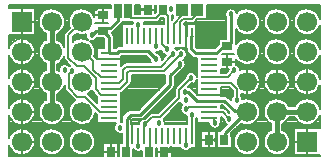
<source format=gbl>
G04 DipTrace Beta 2.3.5.2*
%INLulfroMini.GBL*%
%MOIN*%
%ADD13C,0.015*%
%ADD14C,0.01*%
%ADD16C,0.006*%
%ADD18C,0.007*%
%ADD22R,0.025X0.05*%
%ADD24R,0.0354X0.0276*%
%ADD25R,0.0276X0.0354*%
%ADD31R,0.0669X0.0669*%
%ADD32C,0.0669*%
%ADD37R,0.0394X0.0394*%
%ADD39R,0.058X0.011*%
%ADD40R,0.011X0.058*%
%ADD41C,0.018*%
%FSLAX44Y44*%
G04*
G70*
G90*
G75*
G01*
%LNBottom*%
%LPD*%
X1625Y1625D2*
D13*
Y2625D1*
Y3625D1*
Y4625D1*
X9125Y625D2*
Y1625D1*
X10125D1*
X6090Y500D2*
D16*
X6060D1*
X6086Y526D1*
Y827D1*
X5332Y5020D2*
Y4978D1*
X5495Y4815D1*
Y4147D1*
X4174Y4970D2*
Y4836D1*
X4260Y4750D1*
X5100D1*
X5332Y4982D1*
X4905Y827D2*
Y327D1*
X4868Y290D1*
X7545Y1395D2*
X7339Y1601D1*
X6860D1*
X625Y625D2*
Y1625D1*
Y2625D1*
Y3625D1*
Y4625D1*
X3090Y5090D2*
X3270D1*
X3320Y5040D1*
Y4832D1*
X5380Y290D2*
Y310D1*
X6730D1*
X6858Y438D1*
Y690D1*
X4460Y5050D2*
X4820D1*
Y5020D1*
X5600Y380D2*
X5480D1*
X5390Y290D1*
X5380D1*
X7090Y690D2*
X6858D1*
X6090Y4550D2*
D14*
X6086Y4546D1*
Y4147D1*
X6298Y1530D2*
D16*
X6283D1*
Y827D1*
X7050Y1260D2*
X7040D1*
Y1370D1*
X7005Y1405D1*
X6860D1*
X4511Y4147D2*
Y4531D1*
X2300Y2980D2*
X2190Y2870D1*
Y2410D1*
X2480Y2120D1*
X2730D1*
X3249Y1601D1*
X3540D1*
X6860Y2783D2*
X7493D1*
X7710Y3000D1*
X6860Y2586D2*
Y2570D1*
X7600D1*
X7790Y2380D1*
Y2010D1*
X6110Y1710D2*
X6198Y1798D1*
X6860D1*
X2625Y4625D2*
X2180Y4180D1*
Y3410D1*
X2450Y3140D1*
X2700D1*
X3090Y2750D1*
Y2370D1*
X3268Y2192D1*
X3540D1*
X2625Y3625D2*
X2715D1*
X3010Y3330D1*
Y3020D1*
X3260Y2770D1*
X3540D1*
Y2783D1*
X5102Y3800D2*
Y4147D1*
X5460Y3710D2*
X5298Y3872D1*
Y4147D1*
X5692D2*
Y4562D1*
X5980Y4850D1*
Y5010D1*
X5889Y4147D2*
Y4599D1*
X6010Y4720D1*
X6300D1*
X6590Y5010D1*
X6480D1*
X3540Y2586D2*
X3544Y2590D1*
X3870D1*
X3998Y2718D1*
Y3018D1*
X4110Y3130D1*
X5250D1*
X5630Y3510D1*
X5680D1*
Y3550D1*
X4720Y1200D2*
X4690D1*
Y827D1*
X4708D1*
X6270Y2750D2*
X5870Y2350D1*
Y2090D1*
X5240Y1460D1*
X4980D1*
X4720Y1200D1*
X4511Y611D2*
Y827D1*
Y490D2*
Y827D1*
X3540Y2389D2*
X3909D1*
X4148Y2628D1*
Y2918D1*
X4210Y2980D1*
X5360D1*
X5770Y3390D1*
X5780D1*
X5930Y3540D1*
X4100Y290D2*
D14*
Y360D1*
X4117Y377D1*
Y827D1*
X6860Y1995D2*
X6465D1*
X6170Y2290D1*
X6070D1*
X6860Y1995D2*
X7375D1*
X7720Y1650D1*
X7840D1*
X7960Y1530D1*
X8125D1*
Y1625D1*
X7370Y690D2*
X7390Y710D1*
Y920D1*
X7920Y1450D1*
Y1625D1*
X8125D1*
X3320Y4320D2*
X3540Y4100D1*
Y3570D1*
X5890Y3210D2*
Y3160D1*
X5570Y2840D1*
Y2520D1*
X4580Y1530D1*
X4250D1*
X4117Y1397D1*
Y827D1*
X2950Y4170D2*
X3100Y4320D1*
X3320D1*
X5090Y3390D2*
X4830Y3650D1*
X3880D1*
X3800Y3570D1*
X3540D1*
X3320Y4320D2*
X3400Y4400D1*
X3570D1*
X3820Y4650D1*
Y4970D1*
X6283Y4147D2*
X6280Y4145D1*
Y3710D1*
X6420Y3570D1*
X6860D1*
X7110D1*
X7350Y3810D1*
X7470D1*
Y3800D1*
X7600Y3930D1*
Y4870D1*
D41*
X6090Y500D3*
X3890Y1090D3*
X7545Y1395D3*
X6298Y1530D3*
X7050Y1260D3*
X4511Y4531D3*
X5610Y5040D3*
X2300Y2980D3*
X7790Y2010D3*
X6110Y1710D3*
X5102Y3800D3*
X5460Y3710D3*
X5680Y3550D3*
X4720Y1200D3*
X6270Y2750D3*
X4720Y1200D3*
X6090Y2010D3*
X5190Y1260D3*
X4511Y490D3*
X5930Y3540D3*
X6070Y2290D3*
X5890Y3210D3*
X2950Y4170D3*
X2060Y3010D3*
X2950Y4170D3*
X7710Y3000D3*
X7600Y4870D3*
X5090Y3390D3*
X6190Y3190D3*
X3090Y5090D3*
X4040Y3420D3*
X3140Y4020D3*
X6090Y4550D3*
X5750Y1540D3*
X6620Y1040D3*
X3040Y1330D3*
X4460Y5050D3*
X3110Y2050D3*
X5600Y380D3*
X7090Y690D3*
X6290Y2500D3*
X202Y5111D2*
D18*
X3580D1*
X4413D2*
X4568D1*
X6791D2*
X10548D1*
X1074Y5043D2*
X1473D1*
X1778D2*
X2472D1*
X2777D2*
X3028D1*
X4413D2*
X4568D1*
X6791D2*
X7497D1*
X7703D2*
X7973D1*
X8278D2*
X8972D1*
X9277D2*
X9972D1*
X10278D2*
X10548D1*
X1074Y4974D2*
X1346D1*
X1903D2*
X2347D1*
X2904D2*
X3028D1*
X4413D2*
X4568D1*
X6791D2*
X7425D1*
X7776D2*
X7846D1*
X8403D2*
X8847D1*
X9404D2*
X9846D1*
X10404D2*
X10548D1*
X1074Y4905D2*
X1276D1*
X1974D2*
X2275D1*
X2974D2*
X3028D1*
X4413D2*
X4568D1*
X6791D2*
X7399D1*
X8475D2*
X8776D1*
X9474D2*
X9775D1*
X10474D2*
X10548D1*
X1074Y4837D2*
X1230D1*
X2020D2*
X2229D1*
X5638D2*
X5669D1*
X6791D2*
X7399D1*
X8521D2*
X8730D1*
X9520D2*
X9729D1*
X10521D2*
X10548D1*
X1074Y4768D2*
X1199D1*
X2051D2*
X2199D1*
X5640D2*
X5668D1*
X6791D2*
X7424D1*
X8551D2*
X8699D1*
X9551D2*
X9700D1*
X1074Y4699D2*
X1182D1*
X2068D2*
X2182D1*
X5251D2*
X5351D1*
X6481D2*
X7436D1*
X8568D2*
X8682D1*
X9568D2*
X9682D1*
X1074Y4630D2*
X1176D1*
X2074D2*
X2176D1*
X5176D2*
X5351D1*
X6412D2*
X7436D1*
X8574D2*
X8676D1*
X9574D2*
X9676D1*
X1074Y4562D2*
X1181D1*
X2070D2*
X2180D1*
X3957D2*
X4309D1*
X4713D2*
X5351D1*
X6053D2*
X7436D1*
X8570D2*
X8680D1*
X9569D2*
X9680D1*
X1074Y4493D2*
X1196D1*
X2054D2*
X2196D1*
X3893D2*
X3948D1*
X6452D2*
X7436D1*
X8554D2*
X8696D1*
X9554D2*
X9695D1*
X1074Y4424D2*
X1223D1*
X2026D2*
X2223D1*
X3824D2*
X3948D1*
X6452D2*
X7436D1*
X8526D2*
X8724D1*
X9527D2*
X9724D1*
X10526D2*
X10548D1*
X1074Y4356D2*
X1267D1*
X1983D2*
X2154D1*
X3756D2*
X3948D1*
X6452D2*
X7436D1*
X8483D2*
X8767D1*
X9483D2*
X9768D1*
X10483D2*
X10548D1*
X1074Y4287D2*
X1333D1*
X1918D2*
X2085D1*
X3687D2*
X3948D1*
X6452D2*
X7436D1*
X7765D2*
X7833D1*
X8418D2*
X8832D1*
X9417D2*
X9832D1*
X10417D2*
X10548D1*
X1074Y4218D2*
X1435D1*
X1815D2*
X2040D1*
X2420D2*
X2444D1*
X3651D2*
X3948D1*
X6452D2*
X7436D1*
X7765D2*
X7944D1*
X8306D2*
X8944D1*
X9306D2*
X9944D1*
X10306D2*
X10548D1*
X202Y4150D2*
X1435D1*
X1815D2*
X2035D1*
X2352D2*
X2747D1*
X3697D2*
X3948D1*
X6452D2*
X7436D1*
X7765D2*
X10548D1*
X202Y4081D2*
X1435D1*
X1815D2*
X2035D1*
X2324D2*
X2767D1*
X3705D2*
X3948D1*
X6452D2*
X7436D1*
X7765D2*
X10548D1*
X202Y4012D2*
X404D1*
X846D2*
X1405D1*
X1845D2*
X2035D1*
X2324D2*
X2404D1*
X3076D2*
X3376D1*
X3705D2*
X3948D1*
X6452D2*
X7179D1*
X7765D2*
X7904D1*
X8346D2*
X8905D1*
X9345D2*
X9904D1*
X10346D2*
X10548D1*
X202Y3944D2*
X311D1*
X939D2*
X1311D1*
X1938D2*
X2035D1*
X2939D2*
X3376D1*
X3705D2*
X3948D1*
X6452D2*
X7179D1*
X7765D2*
X7811D1*
X8438D2*
X8812D1*
X9439D2*
X9811D1*
X10439D2*
X10548D1*
X202Y3875D2*
X253D1*
X997D2*
X1253D1*
X1997D2*
X2035D1*
X2997D2*
X3376D1*
X3705D2*
X3948D1*
X6452D2*
X7179D1*
X8496D2*
X8753D1*
X9497D2*
X9753D1*
X10497D2*
X10548D1*
X1036Y3806D2*
X1214D1*
X3035D2*
X3376D1*
X3705D2*
X3852D1*
X6452D2*
X7116D1*
X8536D2*
X8714D1*
X9536D2*
X9714D1*
X1060Y3738D2*
X1190D1*
X3059D2*
X3376D1*
X3705D2*
X3738D1*
X5749D2*
X5917D1*
X5943D2*
X6116D1*
X6483D2*
X7047D1*
X8560D2*
X8690D1*
X9560D2*
X9690D1*
X1072Y3669D2*
X1178D1*
X3073D2*
X3135D1*
X6087D2*
X6121D1*
X8572D2*
X8678D1*
X9572D2*
X9678D1*
X1073Y3600D2*
X1176D1*
X3074D2*
X3135D1*
X5110D2*
X5289D1*
X6125D2*
X6160D1*
X8574D2*
X8676D1*
X9574D2*
X9677D1*
X1064Y3531D2*
X1186D1*
X3064D2*
X3135D1*
X5235D2*
X5369D1*
X6134D2*
X6228D1*
X8564D2*
X8686D1*
X9564D2*
X9686D1*
X1044Y3463D2*
X1207D1*
X3079D2*
X3135D1*
X3944D2*
X4787D1*
X5281D2*
X5381D1*
X6119D2*
X6297D1*
X8543D2*
X8707D1*
X9543D2*
X9706D1*
X202Y3394D2*
X241D1*
X1010D2*
X1241D1*
X2009D2*
X2036D1*
X3944D2*
X4856D1*
X6071D2*
X6456D1*
X8510D2*
X8741D1*
X9509D2*
X9740D1*
X10509D2*
X10548D1*
X202Y3325D2*
X292D1*
X957D2*
X1292D1*
X1957D2*
X2064D1*
X3944D2*
X4896D1*
X6057D2*
X6456D1*
X7761D2*
X7792D1*
X8457D2*
X8793D1*
X9458D2*
X9793D1*
X10458D2*
X10548D1*
X202Y3257D2*
X373D1*
X877D2*
X1373D1*
X1877D2*
X2131D1*
X3944D2*
X4049D1*
X6089D2*
X6456D1*
X7761D2*
X7873D1*
X8377D2*
X8873D1*
X9377D2*
X9873D1*
X10377D2*
X10548D1*
X202Y3188D2*
X549D1*
X700D2*
X1435D1*
X1815D2*
X1967D1*
X2153D2*
X2200D1*
X3944D2*
X3966D1*
X6093D2*
X6456D1*
X7778D2*
X8049D1*
X8201D2*
X9049D1*
X9201D2*
X10050D1*
X10201D2*
X10548D1*
X202Y3119D2*
X1435D1*
X1815D2*
X1888D1*
X6073D2*
X6456D1*
X7874D2*
X10548D1*
X202Y3051D2*
X498D1*
X752D2*
X1435D1*
X1815D2*
X1859D1*
X6014D2*
X6456D1*
X7908D2*
X7998D1*
X8253D2*
X8998D1*
X9252D2*
X9998D1*
X10252D2*
X10548D1*
X202Y2982D2*
X357D1*
X893D2*
X1357D1*
X5941D2*
X6456D1*
X7265D2*
X7490D1*
X8394D2*
X8857D1*
X9393D2*
X9857D1*
X10393D2*
X10548D1*
X202Y2913D2*
X283D1*
X967D2*
X1282D1*
X5874D2*
X6152D1*
X6389D2*
X6456D1*
X8467D2*
X8782D1*
X9468D2*
X9783D1*
X10467D2*
X10548D1*
X202Y2845D2*
X234D1*
X1016D2*
X1234D1*
X5805D2*
X6089D1*
X8516D2*
X8734D1*
X9516D2*
X9734D1*
X10516D2*
X10548D1*
X1048Y2776D2*
X1202D1*
X4292D2*
X5406D1*
X5736D2*
X6067D1*
X8548D2*
X8702D1*
X9548D2*
X9702D1*
X1067Y2707D2*
X1184D1*
X4292D2*
X5406D1*
X5735D2*
X6026D1*
X8566D2*
X8684D1*
X9566D2*
X9683D1*
X1074Y2639D2*
X1176D1*
X4292D2*
X5406D1*
X5735D2*
X5957D1*
X8574D2*
X8676D1*
X9574D2*
X9676D1*
X1071Y2570D2*
X1179D1*
X4280D2*
X5390D1*
X5735D2*
X5888D1*
X6358D2*
X6456D1*
X8571D2*
X8679D1*
X9571D2*
X9679D1*
X1057Y2501D2*
X1194D1*
X4223D2*
X5322D1*
X5734D2*
X5819D1*
X6223D2*
X6456D1*
X8557D2*
X8694D1*
X9556D2*
X9693D1*
X1031Y2432D2*
X1220D1*
X4154D2*
X5253D1*
X5708D2*
X5752D1*
X6244D2*
X6456D1*
X8530D2*
X8720D1*
X9530D2*
X9719D1*
X202Y2364D2*
X261D1*
X989D2*
X1262D1*
X1989D2*
X2053D1*
X4085D2*
X5184D1*
X5644D2*
X5726D1*
X6326D2*
X6456D1*
X7265D2*
X7604D1*
X8489D2*
X8761D1*
X9488D2*
X9761D1*
X10489D2*
X10548D1*
X202Y2295D2*
X323D1*
X927D2*
X1324D1*
X1926D2*
X2104D1*
X2927D2*
X2968D1*
X4016D2*
X5115D1*
X5575D2*
X5725D1*
X6395D2*
X6456D1*
X7265D2*
X7646D1*
X8426D2*
X8824D1*
X9426D2*
X9823D1*
X10427D2*
X10548D1*
X202Y2226D2*
X426D1*
X824D2*
X1427D1*
X1823D2*
X2172D1*
X2824D2*
X3032D1*
X3944D2*
X5047D1*
X5506D2*
X5725D1*
X7265D2*
X7646D1*
X8324D2*
X8927D1*
X9323D2*
X9926D1*
X10324D2*
X10548D1*
X202Y2158D2*
X1435D1*
X1815D2*
X2240D1*
X2894D2*
X3100D1*
X3944D2*
X4978D1*
X5437D2*
X5725D1*
X7265D2*
X7646D1*
X7934D2*
X10548D1*
X202Y2089D2*
X1435D1*
X1815D2*
X2309D1*
X2963D2*
X3135D1*
X3944D2*
X4909D1*
X5369D2*
X5667D1*
X7511D2*
X7602D1*
X7978D2*
X10548D1*
X202Y2020D2*
X419D1*
X830D2*
X1420D1*
X1830D2*
X2378D1*
X3031D2*
X3135D1*
X3944D2*
X4840D1*
X5301D2*
X5598D1*
X8330D2*
X8920D1*
X9330D2*
X9920D1*
X10331D2*
X10548D1*
X202Y1952D2*
X320D1*
X930D2*
X1319D1*
X1931D2*
X2320D1*
X3100D2*
X3135D1*
X3944D2*
X4771D1*
X5232D2*
X5530D1*
X8430D2*
X8819D1*
X9431D2*
X9820D1*
X10430D2*
X10548D1*
X202Y1883D2*
X259D1*
X991D2*
X1258D1*
X1991D2*
X2259D1*
X3944D2*
X4704D1*
X5163D2*
X5462D1*
X5865D2*
X5932D1*
X8491D2*
X8759D1*
X9492D2*
X9759D1*
X10491D2*
X10548D1*
X1032Y1814D2*
X1218D1*
X2031D2*
X2219D1*
X3944D2*
X4635D1*
X5094D2*
X5393D1*
X5796D2*
X5935D1*
X7265D2*
X7325D1*
X8531D2*
X8719D1*
X9532D2*
X9718D1*
X1058Y1746D2*
X1193D1*
X2058D2*
X2192D1*
X3944D2*
X4566D1*
X5026D2*
X5324D1*
X5727D2*
X5909D1*
X7265D2*
X7394D1*
X8558D2*
X8692D1*
X1071Y1677D2*
X1178D1*
X2072D2*
X2179D1*
X3944D2*
X4186D1*
X4957D2*
X5255D1*
X5658D2*
X5908D1*
X8571D2*
X8678D1*
X1074Y1608D2*
X1176D1*
X2074D2*
X2176D1*
X3944D2*
X4099D1*
X4888D2*
X5187D1*
X5590D2*
X5934D1*
X8574D2*
X8676D1*
X1066Y1540D2*
X1184D1*
X2066D2*
X2184D1*
X3066D2*
X3109D1*
X3944D2*
X4030D1*
X4819D2*
X4858D1*
X5521D2*
X6003D1*
X8566D2*
X8684D1*
X1047Y1471D2*
X1204D1*
X2047D2*
X2203D1*
X3046D2*
X3135D1*
X3944D2*
X3971D1*
X4750D2*
X4789D1*
X5453D2*
X6102D1*
X8547D2*
X8703D1*
X202Y1402D2*
X236D1*
X1014D2*
X1236D1*
X2014D2*
X2236D1*
X3015D2*
X3135D1*
X4679D2*
X4720D1*
X5384D2*
X6139D1*
X7265D2*
X7336D1*
X8514D2*
X8736D1*
X9514D2*
X9736D1*
X10514D2*
X10548D1*
X202Y1333D2*
X285D1*
X965D2*
X1286D1*
X1965D2*
X2285D1*
X2964D2*
X3135D1*
X4283D2*
X4567D1*
X5380D2*
X6139D1*
X6427D2*
X6456D1*
X7265D2*
X7350D1*
X8465D2*
X8785D1*
X9464D2*
X9785D1*
X10465D2*
X10548D1*
X202Y1265D2*
X361D1*
X888D2*
X1361D1*
X1889D2*
X2362D1*
X2889D2*
X3135D1*
X4282D2*
X4526D1*
X5395D2*
X6139D1*
X6427D2*
X6456D1*
X7265D2*
X7390D1*
X8388D2*
X8861D1*
X9389D2*
X9862D1*
X10389D2*
X10548D1*
X202Y1196D2*
X510D1*
X741D2*
X1510D1*
X1740D2*
X2509D1*
X2740D2*
X3716D1*
X6452D2*
X6856D1*
X7244D2*
X7436D1*
X7896D2*
X8010D1*
X8241D2*
X8935D1*
X9315D2*
X10009D1*
X10240D2*
X10548D1*
X202Y1127D2*
X3689D1*
X6452D2*
X6897D1*
X7204D2*
X7368D1*
X7827D2*
X8935D1*
X9315D2*
X10548D1*
X202Y1059D2*
X531D1*
X719D2*
X1532D1*
X1718D2*
X2531D1*
X2718D2*
X3687D1*
X6452D2*
X7299D1*
X7758D2*
X8032D1*
X8219D2*
X8935D1*
X9315D2*
X9676D1*
X202Y990D2*
X368D1*
X882D2*
X1369D1*
X1881D2*
X2368D1*
X2882D2*
X3713D1*
X6452D2*
X7242D1*
X7690D2*
X7868D1*
X8382D2*
X8869D1*
X9381D2*
X9676D1*
X202Y921D2*
X289D1*
X961D2*
X1290D1*
X1960D2*
X2290D1*
X2960D2*
X3779D1*
X6452D2*
X6606D1*
X7623D2*
X7790D1*
X8460D2*
X8790D1*
X9460D2*
X9676D1*
X202Y853D2*
X239D1*
X1011D2*
X1239D1*
X2012D2*
X2239D1*
X3011D2*
X3948D1*
X6452D2*
X6606D1*
X7623D2*
X7739D1*
X8511D2*
X8738D1*
X9511D2*
X9676D1*
X1045Y784D2*
X1206D1*
X2044D2*
X2205D1*
X3045D2*
X3948D1*
X6452D2*
X6606D1*
X7623D2*
X7705D1*
X8545D2*
X8706D1*
X9544D2*
X9676D1*
X1066Y715D2*
X1185D1*
X2065D2*
X2185D1*
X3065D2*
X3948D1*
X6452D2*
X6606D1*
X7623D2*
X7685D1*
X8565D2*
X8685D1*
X9565D2*
X9676D1*
X1074Y647D2*
X1176D1*
X2074D2*
X2176D1*
X3074D2*
X3948D1*
X6452D2*
X6606D1*
X7623D2*
X7677D1*
X8574D2*
X8676D1*
X9574D2*
X9676D1*
X1072Y578D2*
X1178D1*
X2072D2*
X2178D1*
X3071D2*
X3948D1*
X6452D2*
X6606D1*
X7623D2*
X7679D1*
X8572D2*
X8678D1*
X9572D2*
X9676D1*
X1059Y509D2*
X1192D1*
X2059D2*
X2191D1*
X3059D2*
X3335D1*
X6452D2*
X6606D1*
X7623D2*
X7691D1*
X8559D2*
X8691D1*
X9558D2*
X9676D1*
X1034Y441D2*
X1216D1*
X2033D2*
X2216D1*
X3034D2*
X3335D1*
X6452D2*
X6606D1*
X7623D2*
X7716D1*
X8534D2*
X8717D1*
X9534D2*
X9676D1*
X202Y372D2*
X255D1*
X994D2*
X1255D1*
X1995D2*
X2256D1*
X2995D2*
X3335D1*
X5632D2*
X5933D1*
X6248D2*
X7755D1*
X8494D2*
X8755D1*
X9495D2*
X9676D1*
X202Y303D2*
X314D1*
X935D2*
X1315D1*
X1935D2*
X2315D1*
X2936D2*
X3335D1*
X4352D2*
X4440D1*
X4583D2*
X4616D1*
X5632D2*
X6065D1*
X6115D2*
X7814D1*
X8435D2*
X8815D1*
X9435D2*
X9676D1*
X202Y234D2*
X411D1*
X840D2*
X1410D1*
X1840D2*
X2410D1*
X2840D2*
X3335D1*
X4352D2*
X4616D1*
X5632D2*
X7910D1*
X8340D2*
X8910D1*
X9340D2*
X9676D1*
X202Y166D2*
X3335D1*
X4352D2*
X4616D1*
X5632D2*
X10548D1*
X4053Y4613D2*
X3973Y4612D1*
X3956Y4571D1*
X3932Y4538D1*
X3682Y4288D1*
X3654Y4267D1*
X3622Y4251D1*
X3630Y4234D1*
X3652Y4212D1*
X3673Y4184D1*
X3689Y4153D1*
X3698Y4106D1*
Y3734D1*
X3740Y3733D1*
X3768Y3762D1*
X3796Y3783D1*
X3827Y3799D1*
X3874Y3808D1*
X3955D1*
Y3960D1*
Y4545D1*
X4280Y4544D1*
X4314Y4545D1*
X4318Y4574D1*
X4331Y4612D1*
X3973D1*
X3963Y4582D1*
X3943Y4552D1*
X3587Y5077D2*
Y5180D1*
X195D1*
X197Y5067D1*
X1067D1*
Y4183D1*
X195D1*
X196Y3732D1*
X213Y3785D1*
X236Y3836D1*
X266Y3883D1*
X301Y3927D1*
X342Y3965D1*
X387Y3998D1*
X436Y4025D1*
X488Y4046D1*
X543Y4060D1*
X598Y4067D1*
X654Y4066D1*
X710Y4059D1*
X764Y4045D1*
X816Y4024D1*
X864Y3997D1*
X910Y3964D1*
X950Y3925D1*
X985Y3882D1*
X1015Y3834D1*
X1038Y3783D1*
X1055Y3730D1*
X1065Y3675D1*
X1067Y3618D1*
X1063Y3562D1*
X1052Y3507D1*
X1033Y3455D1*
X1009Y3404D1*
X978Y3358D1*
X941Y3315D1*
X899Y3278D1*
X853Y3246D1*
X804Y3220D1*
X751Y3201D1*
X697Y3188D1*
X641Y3183D1*
X585Y3184D1*
X530Y3193D1*
X476Y3208D1*
X425Y3231D1*
X376Y3259D1*
X332Y3293D1*
X293Y3333D1*
X258Y3377D1*
X230Y3425D1*
X208Y3477D1*
X195Y3522D1*
X196Y2732D1*
X213Y2785D1*
X236Y2836D1*
X266Y2883D1*
X301Y2927D1*
X342Y2965D1*
X387Y2998D1*
X436Y3025D1*
X488Y3046D1*
X543Y3060D1*
X598Y3067D1*
X654Y3066D1*
X710Y3059D1*
X764Y3045D1*
X816Y3024D1*
X864Y2997D1*
X910Y2964D1*
X950Y2925D1*
X985Y2882D1*
X1015Y2834D1*
X1038Y2783D1*
X1055Y2730D1*
X1065Y2675D1*
X1067Y2618D1*
X1063Y2562D1*
X1052Y2507D1*
X1033Y2455D1*
X1009Y2404D1*
X978Y2358D1*
X941Y2315D1*
X899Y2278D1*
X853Y2246D1*
X804Y2220D1*
X751Y2201D1*
X697Y2188D1*
X641Y2183D1*
X585Y2184D1*
X530Y2193D1*
X476Y2208D1*
X425Y2231D1*
X376Y2259D1*
X332Y2293D1*
X293Y2333D1*
X258Y2377D1*
X230Y2425D1*
X208Y2477D1*
X195Y2520D1*
X196Y1732D1*
X213Y1785D1*
X236Y1836D1*
X266Y1883D1*
X301Y1927D1*
X342Y1965D1*
X387Y1998D1*
X436Y2025D1*
X488Y2046D1*
X543Y2060D1*
X598Y2067D1*
X654Y2066D1*
X710Y2059D1*
X764Y2045D1*
X816Y2024D1*
X864Y1997D1*
X910Y1964D1*
X950Y1925D1*
X985Y1882D1*
X1015Y1834D1*
X1038Y1783D1*
X1055Y1730D1*
X1065Y1675D1*
X1067Y1618D1*
X1063Y1562D1*
X1052Y1507D1*
X1033Y1455D1*
X1009Y1404D1*
X978Y1358D1*
X941Y1315D1*
X899Y1278D1*
X853Y1246D1*
X804Y1220D1*
X751Y1201D1*
X697Y1188D1*
X641Y1183D1*
X585Y1184D1*
X530Y1193D1*
X476Y1208D1*
X425Y1231D1*
X376Y1259D1*
X332Y1293D1*
X293Y1333D1*
X258Y1377D1*
X230Y1425D1*
X208Y1477D1*
X195Y1522D1*
X196Y732D1*
X213Y785D1*
X236Y836D1*
X266Y883D1*
X301Y927D1*
X342Y965D1*
X387Y998D1*
X436Y1025D1*
X488Y1046D1*
X543Y1060D1*
X598Y1067D1*
X654Y1066D1*
X710Y1059D1*
X764Y1045D1*
X816Y1024D1*
X864Y997D1*
X910Y964D1*
X950Y925D1*
X985Y882D1*
X1015Y834D1*
X1038Y783D1*
X1055Y730D1*
X1065Y675D1*
X1067Y618D1*
X1063Y562D1*
X1052Y507D1*
X1033Y455D1*
X1009Y404D1*
X978Y358D1*
X941Y315D1*
X899Y278D1*
X853Y246D1*
X804Y220D1*
X751Y201D1*
X697Y188D1*
X641Y183D1*
X585Y184D1*
X530Y193D1*
X476Y208D1*
X425Y231D1*
X376Y259D1*
X332Y293D1*
X293Y333D1*
X258Y377D1*
X230Y425D1*
X208Y477D1*
X195Y522D1*
Y145D1*
X3343D1*
Y575D1*
X3834D1*
X3835Y145D1*
X3854D1*
Y575D1*
X3954D1*
X3955Y903D1*
X3921Y895D1*
X3886Y892D1*
X3851Y896D1*
X3817Y906D1*
X3786Y922D1*
X3758Y943D1*
X3734Y968D1*
X3715Y997D1*
X3702Y1030D1*
X3694Y1064D1*
X3692Y1099D1*
X3697Y1133D1*
X3708Y1167D1*
X3724Y1197D1*
X3745Y1225D1*
X3763Y1242D1*
X3142D1*
Y1514D1*
X3065Y1590D1*
X3062Y1555D1*
X3045Y1487D1*
X3019Y1423D1*
X2982Y1363D1*
X2936Y1310D1*
X2883Y1265D1*
X2823Y1229D1*
X2758Y1203D1*
X2690Y1187D1*
X2620Y1183D1*
X2550Y1189D1*
X2483Y1206D1*
X2418Y1234D1*
X2359Y1271D1*
X2307Y1318D1*
X2262Y1371D1*
X2227Y1432D1*
X2202Y1497D1*
X2187Y1565D1*
X2183Y1635D1*
X2190Y1705D1*
X2208Y1772D1*
X2236Y1836D1*
X2274Y1895D1*
X2321Y1947D1*
X2376Y1990D1*
X2402Y2007D1*
X2383Y2023D1*
X2093Y2313D1*
X2071Y2340D1*
X2057Y2372D1*
X2052Y2410D1*
Y2510D1*
X2033Y2455D1*
X2001Y2392D1*
X1960Y2336D1*
X1910Y2287D1*
X1853Y2246D1*
X1808Y2222D1*
X1809Y2027D1*
X1870Y1993D1*
X1925Y1950D1*
X1973Y1899D1*
X2011Y1840D1*
X2041Y1777D1*
X2059Y1709D1*
X2067Y1640D1*
X2066Y1590D1*
X2055Y1521D1*
X2033Y1455D1*
X2001Y1392D1*
X1960Y1336D1*
X1910Y1287D1*
X1853Y1246D1*
X1791Y1215D1*
X1724Y1194D1*
X1655Y1184D1*
X1585D1*
X1516Y1196D1*
X1450Y1219D1*
X1388Y1251D1*
X1332Y1293D1*
X1284Y1344D1*
X1244Y1401D1*
X1213Y1464D1*
X1193Y1531D1*
X1183Y1600D1*
X1185Y1670D1*
X1197Y1739D1*
X1221Y1805D1*
X1254Y1866D1*
X1297Y1922D1*
X1347Y1970D1*
X1405Y2009D1*
X1443Y2028D1*
X1442Y2150D1*
Y2223D1*
X1388Y2251D1*
X1332Y2293D1*
X1284Y2344D1*
X1244Y2401D1*
X1213Y2464D1*
X1193Y2531D1*
X1183Y2600D1*
X1185Y2670D1*
X1197Y2739D1*
X1221Y2805D1*
X1254Y2866D1*
X1297Y2922D1*
X1347Y2970D1*
X1405Y3009D1*
X1443Y3028D1*
X1442Y3150D1*
Y3223D1*
X1388Y3251D1*
X1332Y3293D1*
X1284Y3344D1*
X1244Y3401D1*
X1213Y3464D1*
X1193Y3531D1*
X1183Y3600D1*
X1185Y3670D1*
X1197Y3739D1*
X1221Y3805D1*
X1254Y3866D1*
X1297Y3922D1*
X1347Y3970D1*
X1405Y4009D1*
X1443Y4028D1*
X1442Y4150D1*
Y4223D1*
X1388Y4251D1*
X1332Y4293D1*
X1284Y4344D1*
X1244Y4401D1*
X1213Y4464D1*
X1193Y4531D1*
X1183Y4600D1*
X1185Y4670D1*
X1197Y4739D1*
X1221Y4805D1*
X1254Y4866D1*
X1297Y4922D1*
X1347Y4970D1*
X1405Y5009D1*
X1468Y5039D1*
X1536Y5058D1*
X1605Y5067D1*
X1675Y5065D1*
X1744Y5051D1*
X1809Y5027D1*
X1870Y4993D1*
X1925Y4950D1*
X1973Y4899D1*
X2011Y4840D1*
X2041Y4777D1*
X2059Y4709D1*
X2067Y4640D1*
X2066Y4590D1*
X2055Y4521D1*
X2033Y4455D1*
X2001Y4392D1*
X1960Y4336D1*
X1910Y4287D1*
X1853Y4246D1*
X1808Y4222D1*
X1809Y4027D1*
X1870Y3993D1*
X1925Y3950D1*
X1973Y3899D1*
X2011Y3840D1*
X2041Y3777D1*
X2042Y3772D1*
Y4180D1*
X2047Y4215D1*
X2060Y4247D1*
X2083Y4277D1*
X2230Y4425D1*
X2213Y4464D1*
X2193Y4531D1*
X2183Y4600D1*
X2185Y4670D1*
X2197Y4739D1*
X2221Y4805D1*
X2254Y4866D1*
X2297Y4922D1*
X2347Y4970D1*
X2405Y5009D1*
X2468Y5039D1*
X2536Y5058D1*
X2605Y5067D1*
X2675Y5065D1*
X2744Y5051D1*
X2809Y5027D1*
X2870Y4993D1*
X2925Y4950D1*
X2973Y4899D1*
X3011Y4840D1*
X3035Y4790D1*
Y5077D1*
X3587D1*
X4407Y5180D2*
Y4887D1*
X4574Y4888D1*
Y5050D1*
Y5180D1*
X4407D1*
X4346Y381D2*
Y145D1*
X4623D1*
Y328D1*
X4607Y317D1*
X4576Y303D1*
X4542Y295D1*
X4507Y292D1*
X4472Y296D1*
X4438Y306D1*
X4407Y322D1*
X4379Y343D1*
X4355Y368D1*
X4345Y384D1*
X3062Y4566D2*
X3513D1*
X3514Y4586D1*
X3066D1*
X3344Y4074D2*
X3123D1*
X3100Y4041D1*
X3075Y4017D1*
X3046Y3997D1*
X3015Y3983D1*
X2981Y3975D1*
X2946Y3972D1*
X2911Y3976D1*
X2883Y3984D1*
X2925Y3950D1*
X2973Y3899D1*
X3011Y3840D1*
X3041Y3777D1*
X3059Y3709D1*
X3067Y3640D1*
X3066Y3590D1*
X3055Y3521D1*
X3046Y3488D1*
X3107Y3427D1*
X3129Y3399D1*
X3140Y3376D1*
X3142Y3385D1*
Y3733D1*
X3382D1*
Y4035D1*
X3343Y4074D1*
X7220Y4046D2*
X7442D1*
Y4751D1*
X7425Y4777D1*
X7412Y4810D1*
X7404Y4844D1*
X7402Y4879D1*
X7407Y4913D1*
X7418Y4947D1*
X7434Y4977D1*
X7455Y5005D1*
X7481Y5028D1*
X7511Y5047D1*
X7544Y5060D1*
X7578Y5067D1*
X7613D1*
X7647Y5062D1*
X7680Y5051D1*
X7711Y5034D1*
X7738Y5012D1*
X7761Y4985D1*
X7779Y4955D1*
X7792Y4917D1*
X7847Y4970D1*
X7905Y5009D1*
X7968Y5039D1*
X8036Y5058D1*
X8105Y5067D1*
X8175Y5065D1*
X8244Y5051D1*
X8309Y5027D1*
X8370Y4993D1*
X8425Y4950D1*
X8473Y4899D1*
X8511Y4840D1*
X8541Y4777D1*
X8559Y4709D1*
X8567Y4640D1*
X8566Y4590D1*
X8555Y4521D1*
X8533Y4455D1*
X8501Y4392D1*
X8460Y4336D1*
X8410Y4287D1*
X8353Y4246D1*
X8291Y4215D1*
X8224Y4194D1*
X8155Y4184D1*
X8085D1*
X8016Y4196D1*
X7950Y4219D1*
X7888Y4251D1*
X7832Y4293D1*
X7784Y4344D1*
X7757Y4380D1*
X7758Y3929D1*
X7757Y3916D1*
X7774Y3895D1*
X7821Y3947D1*
X7876Y3990D1*
X7936Y4025D1*
X8002Y4050D1*
X8070Y4064D1*
X8140Y4067D1*
X8210Y4059D1*
X8277Y4041D1*
X8340Y4011D1*
X8399Y3973D1*
X8450Y3925D1*
X8493Y3870D1*
X8527Y3809D1*
X8551Y3744D1*
X8565Y3675D1*
X8567Y3625D1*
X8562Y3555D1*
X8545Y3487D1*
X8519Y3423D1*
X8482Y3363D1*
X8436Y3310D1*
X8383Y3265D1*
X8323Y3229D1*
X8258Y3203D1*
X8190Y3187D1*
X8120Y3183D1*
X8050Y3189D1*
X7983Y3206D1*
X7918Y3234D1*
X7859Y3271D1*
X7807Y3318D1*
X7762Y3371D1*
X7755Y3383D1*
Y3192D1*
X7790Y3181D1*
X7821Y3164D1*
X7848Y3142D1*
X7871Y3115D1*
X7889Y3085D1*
X7901Y3052D1*
X7907Y3011D1*
X7962Y3036D1*
X8015Y3054D1*
X8070Y3064D1*
X8126Y3067D1*
X8182Y3064D1*
X8237Y3053D1*
X8290Y3036D1*
X8340Y3011D1*
X8388Y2981D1*
X8430Y2945D1*
X8468Y2904D1*
X8501Y2858D1*
X8527Y2809D1*
X8547Y2757D1*
X8561Y2703D1*
X8567Y2647D1*
X8566Y2590D1*
X8558Y2535D1*
X8543Y2481D1*
X8522Y2429D1*
X8494Y2381D1*
X8460Y2336D1*
X8421Y2296D1*
X8377Y2261D1*
X8329Y2232D1*
X8278Y2210D1*
X8224Y2194D1*
X8169Y2185D1*
X8113Y2183D1*
X8057Y2188D1*
X8003Y2200D1*
X7950Y2219D1*
X7928Y2229D1*
Y2152D1*
X7951Y2125D1*
X7969Y2095D1*
X7981Y2062D1*
X7984Y2044D1*
X8036Y2058D1*
X8105Y2067D1*
X8175Y2065D1*
X8244Y2051D1*
X8309Y2027D1*
X8370Y1993D1*
X8425Y1950D1*
X8473Y1899D1*
X8511Y1840D1*
X8541Y1777D1*
X8559Y1709D1*
X8567Y1640D1*
X8566Y1590D1*
X8555Y1521D1*
X8533Y1455D1*
X8501Y1392D1*
X8460Y1336D1*
X8410Y1287D1*
X8353Y1246D1*
X8291Y1215D1*
X8224Y1194D1*
X8155Y1184D1*
X8085D1*
X8016Y1196D1*
X7950Y1219D1*
X7923Y1231D1*
X7759Y1066D1*
X7615Y922D1*
X7616Y695D1*
Y405D1*
X7124D1*
Y975D1*
X7241D1*
X7267Y1018D1*
X7328Y1081D1*
X7462Y1215D1*
X7413Y1248D1*
X7389Y1273D1*
X7370Y1302D1*
X7357Y1335D1*
X7349Y1369D1*
X7348Y1398D1*
X7281Y1464D1*
X7258Y1462D1*
Y1242D1*
X7246D1*
X7245Y1225D1*
X7236Y1191D1*
X7221Y1160D1*
X7200Y1131D1*
X7175Y1107D1*
X7146Y1087D1*
X7115Y1073D1*
X7081Y1065D1*
X7046Y1062D1*
X7011Y1066D1*
X6977Y1076D1*
X6946Y1092D1*
X6918Y1113D1*
X6894Y1138D1*
X6875Y1167D1*
X6862Y1200D1*
X6854Y1241D1*
X6462Y1242D1*
Y1420D1*
X6448Y1401D1*
X6420Y1375D1*
Y1225D1*
X6445D1*
Y430D1*
X6274D1*
X6261Y400D1*
X6240Y371D1*
X6215Y347D1*
X6186Y327D1*
X6155Y313D1*
X6121Y305D1*
X6086Y302D1*
X6051Y306D1*
X6017Y316D1*
X5986Y332D1*
X5958Y353D1*
X5934Y378D1*
X5915Y407D1*
X5905Y431D1*
X5726Y430D1*
X5626D1*
Y379D1*
Y145D1*
X10555D1*
X10553Y183D1*
X9683D1*
Y1067D1*
X10555D1*
Y1521D1*
X10533Y1455D1*
X10501Y1392D1*
X10460Y1336D1*
X10410Y1287D1*
X10353Y1246D1*
X10291Y1215D1*
X10224Y1194D1*
X10155Y1184D1*
X10085D1*
X10016Y1196D1*
X9950Y1219D1*
X9888Y1251D1*
X9832Y1293D1*
X9784Y1344D1*
X9744Y1401D1*
X9722Y1443D1*
X9527Y1442D1*
X9501Y1392D1*
X9460Y1336D1*
X9410Y1287D1*
X9353Y1246D1*
X9308Y1222D1*
X9309Y1027D1*
X9370Y993D1*
X9425Y950D1*
X9473Y899D1*
X9511Y840D1*
X9541Y777D1*
X9559Y709D1*
X9567Y640D1*
X9566Y590D1*
X9555Y521D1*
X9533Y455D1*
X9501Y392D1*
X9460Y336D1*
X9410Y287D1*
X9353Y246D1*
X9291Y215D1*
X9224Y194D1*
X9155Y184D1*
X9085D1*
X9016Y196D1*
X8950Y219D1*
X8888Y251D1*
X8832Y293D1*
X8784Y344D1*
X8744Y401D1*
X8713Y464D1*
X8693Y531D1*
X8683Y600D1*
X8685Y670D1*
X8697Y739D1*
X8721Y805D1*
X8754Y866D1*
X8797Y922D1*
X8847Y970D1*
X8905Y1009D1*
X8943Y1028D1*
X8942Y1150D1*
Y1223D1*
X8888Y1251D1*
X8832Y1293D1*
X8784Y1344D1*
X8744Y1401D1*
X8713Y1464D1*
X8693Y1531D1*
X8683Y1600D1*
X8685Y1670D1*
X8697Y1739D1*
X8721Y1805D1*
X8754Y1866D1*
X8797Y1922D1*
X8847Y1970D1*
X8905Y2009D1*
X8968Y2039D1*
X9036Y2058D1*
X9105Y2067D1*
X9175Y2065D1*
X9244Y2051D1*
X9309Y2027D1*
X9370Y1993D1*
X9425Y1950D1*
X9473Y1899D1*
X9511Y1840D1*
X9528Y1808D1*
X9723D1*
X9736Y1836D1*
X9774Y1895D1*
X9821Y1947D1*
X9876Y1990D1*
X9936Y2025D1*
X10002Y2050D1*
X10070Y2064D1*
X10140Y2067D1*
X10210Y2059D1*
X10277Y2041D1*
X10340Y2011D1*
X10399Y1973D1*
X10450Y1925D1*
X10493Y1870D1*
X10527Y1809D1*
X10551Y1744D1*
X10555Y1728D1*
Y2521D1*
X10538Y2468D1*
X10515Y2417D1*
X10486Y2369D1*
X10451Y2325D1*
X10410Y2287D1*
X10365Y2253D1*
X10316Y2226D1*
X10265Y2205D1*
X10210Y2191D1*
X10155Y2184D1*
X10099Y2183D1*
X10043Y2190D1*
X9989Y2204D1*
X9937Y2224D1*
X9888Y2251D1*
X9843Y2284D1*
X9802Y2323D1*
X9766Y2366D1*
X9737Y2413D1*
X9713Y2464D1*
X9696Y2517D1*
X9686Y2572D1*
X9683Y2628D1*
X9686Y2684D1*
X9697Y2739D1*
X9715Y2792D1*
X9740Y2842D1*
X9770Y2889D1*
X9806Y2932D1*
X9847Y2970D1*
X9893Y3002D1*
X9943Y3028D1*
X9995Y3048D1*
X10049Y3061D1*
X10105Y3067D1*
X10161Y3066D1*
X10216Y3058D1*
X10270Y3043D1*
X10322Y3021D1*
X10370Y2993D1*
X10415Y2959D1*
X10455Y2920D1*
X10489Y2876D1*
X10518Y2828D1*
X10541Y2777D1*
X10555Y2728D1*
Y3521D1*
X10533Y3455D1*
X10501Y3392D1*
X10460Y3336D1*
X10410Y3287D1*
X10353Y3246D1*
X10291Y3215D1*
X10224Y3194D1*
X10155Y3184D1*
X10085D1*
X10016Y3196D1*
X9950Y3219D1*
X9888Y3251D1*
X9832Y3293D1*
X9784Y3344D1*
X9744Y3401D1*
X9713Y3464D1*
X9693Y3531D1*
X9683Y3600D1*
X9685Y3670D1*
X9697Y3739D1*
X9721Y3805D1*
X9754Y3866D1*
X9797Y3922D1*
X9847Y3970D1*
X9905Y4009D1*
X9968Y4039D1*
X10036Y4058D1*
X10105Y4067D1*
X10175Y4065D1*
X10244Y4051D1*
X10309Y4027D1*
X10370Y3993D1*
X10425Y3950D1*
X10473Y3899D1*
X10511Y3840D1*
X10541Y3777D1*
X10555Y3728D1*
Y4521D1*
X10533Y4455D1*
X10501Y4392D1*
X10460Y4336D1*
X10410Y4287D1*
X10353Y4246D1*
X10291Y4215D1*
X10224Y4194D1*
X10155Y4184D1*
X10085D1*
X10016Y4196D1*
X9950Y4219D1*
X9888Y4251D1*
X9832Y4293D1*
X9784Y4344D1*
X9744Y4401D1*
X9713Y4464D1*
X9693Y4531D1*
X9683Y4600D1*
X9685Y4670D1*
X9697Y4739D1*
X9721Y4805D1*
X9754Y4866D1*
X9797Y4922D1*
X9847Y4970D1*
X9905Y5009D1*
X9968Y5039D1*
X10036Y5058D1*
X10105Y5067D1*
X10175Y5065D1*
X10244Y5051D1*
X10309Y5027D1*
X10370Y4993D1*
X10425Y4950D1*
X10473Y4899D1*
X10511Y4840D1*
X10541Y4777D1*
X10555Y4730D1*
Y5180D1*
X6785D1*
Y4705D1*
X6479D1*
X6397Y4623D1*
X6370Y4601D1*
X6338Y4587D1*
X6300Y4582D1*
X6067D1*
X6029Y4544D1*
X6147Y4545D1*
X6445D1*
Y3768D1*
X6481Y3733D1*
X7050D1*
X7185Y3869D1*
Y4046D1*
X7220D1*
X7688Y3554D2*
X7316D1*
X7297Y3534D1*
X7692D1*
X7510Y3043D2*
X7258D1*
Y2920D1*
X7436D1*
X7512Y2997D1*
X7517Y3043D1*
X7510D1*
X6620Y975D2*
X7104D1*
Y405D1*
X6613D1*
Y975D1*
X6620D1*
X9567Y2618D2*
X9563Y2562D1*
X9552Y2507D1*
X9533Y2455D1*
X9509Y2404D1*
X9478Y2358D1*
X9441Y2315D1*
X9399Y2278D1*
X9353Y2246D1*
X9304Y2220D1*
X9251Y2201D1*
X9197Y2188D1*
X9141Y2183D1*
X9085Y2184D1*
X9030Y2193D1*
X8976Y2208D1*
X8925Y2231D1*
X8876Y2259D1*
X8832Y2293D1*
X8793Y2333D1*
X8758Y2377D1*
X8730Y2425D1*
X8708Y2477D1*
X8693Y2531D1*
X8684Y2586D1*
X8683Y2642D1*
X8689Y2698D1*
X8701Y2752D1*
X8721Y2805D1*
X8747Y2854D1*
X8779Y2900D1*
X8816Y2942D1*
X8859Y2978D1*
X8905Y3009D1*
X8955Y3034D1*
X9008Y3052D1*
X9063Y3063D1*
X9119Y3067D1*
X9175Y3065D1*
X9230Y3055D1*
X9283Y3038D1*
X9334Y3015D1*
X9382Y2985D1*
X9425Y2950D1*
X9464Y2909D1*
X9497Y2864D1*
X9524Y2816D1*
X9545Y2764D1*
X9559Y2709D1*
X9566Y2654D1*
X9567Y2618D1*
X9566Y3590D2*
X9555Y3521D1*
X9533Y3455D1*
X9501Y3392D1*
X9460Y3336D1*
X9410Y3287D1*
X9353Y3246D1*
X9291Y3215D1*
X9224Y3194D1*
X9155Y3184D1*
X9085D1*
X9016Y3196D1*
X8950Y3219D1*
X8888Y3251D1*
X8832Y3293D1*
X8784Y3344D1*
X8744Y3401D1*
X8713Y3464D1*
X8693Y3531D1*
X8683Y3600D1*
X8685Y3670D1*
X8697Y3739D1*
X8721Y3805D1*
X8754Y3866D1*
X8797Y3922D1*
X8847Y3970D1*
X8905Y4009D1*
X8968Y4039D1*
X9036Y4058D1*
X9105Y4067D1*
X9175Y4065D1*
X9244Y4051D1*
X9309Y4027D1*
X9370Y3993D1*
X9425Y3950D1*
X9473Y3899D1*
X9511Y3840D1*
X9541Y3777D1*
X9559Y3709D1*
X9567Y3640D1*
X9566Y3590D1*
Y4590D2*
X9555Y4521D1*
X9533Y4455D1*
X9501Y4392D1*
X9460Y4336D1*
X9410Y4287D1*
X9353Y4246D1*
X9291Y4215D1*
X9224Y4194D1*
X9155Y4184D1*
X9085D1*
X9016Y4196D1*
X8950Y4219D1*
X8888Y4251D1*
X8832Y4293D1*
X8784Y4344D1*
X8744Y4401D1*
X8713Y4464D1*
X8693Y4531D1*
X8683Y4600D1*
X8685Y4670D1*
X8697Y4739D1*
X8721Y4805D1*
X8754Y4866D1*
X8797Y4922D1*
X8847Y4970D1*
X8905Y5009D1*
X8968Y5039D1*
X9036Y5058D1*
X9105Y5067D1*
X9175Y5065D1*
X9244Y5051D1*
X9309Y5027D1*
X9370Y4993D1*
X9425Y4950D1*
X9473Y4899D1*
X9511Y4840D1*
X9541Y4777D1*
X9559Y4709D1*
X9567Y4640D1*
X9566Y4590D1*
X8566Y590D2*
X8555Y521D1*
X8533Y455D1*
X8501Y392D1*
X8460Y336D1*
X8410Y287D1*
X8353Y246D1*
X8291Y215D1*
X8224Y194D1*
X8155Y184D1*
X8085D1*
X8016Y196D1*
X7950Y219D1*
X7888Y251D1*
X7832Y293D1*
X7784Y344D1*
X7744Y401D1*
X7713Y464D1*
X7693Y531D1*
X7683Y600D1*
X7685Y670D1*
X7697Y739D1*
X7721Y805D1*
X7754Y866D1*
X7797Y922D1*
X7847Y970D1*
X7905Y1009D1*
X7968Y1039D1*
X8036Y1058D1*
X8105Y1067D1*
X8175Y1065D1*
X8244Y1051D1*
X8309Y1027D1*
X8370Y993D1*
X8425Y950D1*
X8473Y899D1*
X8511Y840D1*
X8541Y777D1*
X8559Y709D1*
X8567Y640D1*
X8566Y590D1*
X2042Y3478D2*
X2019Y3423D1*
X1982Y3363D1*
X1936Y3310D1*
X1883Y3265D1*
X1823Y3229D1*
X1808Y3222D1*
X1809Y3027D1*
X1862Y2998D1*
X1867Y3053D1*
X1878Y3087D1*
X1894Y3117D1*
X1915Y3145D1*
X1941Y3168D1*
X1971Y3187D1*
X2004Y3200D1*
X2038Y3207D1*
X2073D1*
X2107Y3202D1*
X2140Y3191D1*
X2171Y3174D1*
X2199Y3151D1*
X2230Y3164D1*
X2083Y3313D1*
X2061Y3340D1*
X2047Y3372D1*
X2042Y3410D1*
Y3479D1*
X2066Y590D2*
X2055Y521D1*
X2033Y455D1*
X2001Y392D1*
X1960Y336D1*
X1910Y287D1*
X1853Y246D1*
X1791Y215D1*
X1724Y194D1*
X1655Y184D1*
X1585D1*
X1516Y196D1*
X1450Y219D1*
X1388Y251D1*
X1332Y293D1*
X1284Y344D1*
X1244Y401D1*
X1213Y464D1*
X1193Y531D1*
X1183Y600D1*
X1185Y670D1*
X1197Y739D1*
X1221Y805D1*
X1254Y866D1*
X1297Y922D1*
X1347Y970D1*
X1405Y1009D1*
X1468Y1039D1*
X1536Y1058D1*
X1605Y1067D1*
X1675Y1065D1*
X1744Y1051D1*
X1809Y1027D1*
X1870Y993D1*
X1925Y950D1*
X1973Y899D1*
X2011Y840D1*
X2041Y777D1*
X2059Y709D1*
X2067Y640D1*
X2066Y590D1*
X2958Y2334D2*
X2910Y2287D1*
X2853Y2246D1*
X2818Y2226D1*
X3142Y1903D1*
X3143Y1961D1*
X3142Y2077D1*
Y2122D1*
X2993Y2273D1*
X2971Y2300D1*
X2957Y2333D1*
X2960Y2324D1*
X3066Y590D2*
X3055Y521D1*
X3033Y455D1*
X3001Y392D1*
X2960Y336D1*
X2910Y287D1*
X2853Y246D1*
X2791Y215D1*
X2724Y194D1*
X2655Y184D1*
X2585D1*
X2516Y196D1*
X2450Y219D1*
X2388Y251D1*
X2332Y293D1*
X2284Y344D1*
X2244Y401D1*
X2213Y464D1*
X2193Y531D1*
X2183Y600D1*
X2185Y670D1*
X2197Y739D1*
X2221Y805D1*
X2254Y866D1*
X2297Y922D1*
X2347Y970D1*
X2405Y1009D1*
X2468Y1039D1*
X2536Y1058D1*
X2605Y1067D1*
X2675Y1065D1*
X2744Y1051D1*
X2809Y1027D1*
X2870Y993D1*
X2925Y950D1*
X2973Y899D1*
X3011Y840D1*
X3041Y777D1*
X3059Y709D1*
X3067Y640D1*
X3066Y590D1*
X5134Y152D2*
Y430D1*
X5115D1*
X5114Y145D1*
X5134D1*
Y152D1*
X5066Y5180D2*
Y4910D1*
X5087Y4932D1*
X5086Y5180D1*
X5358Y4735D2*
X5279D1*
X5197Y4653D1*
X5170Y4631D1*
X5138Y4617D1*
X5100Y4612D1*
X4692D1*
X4702Y4583D1*
X4708Y4545D1*
X4871Y4544D1*
X4987Y4545D1*
X5068Y4544D1*
X5184Y4545D1*
X5264Y4544D1*
X5358Y4545D1*
X5357Y4735D1*
X5675Y4775D2*
Y4853D1*
X5631Y4844D1*
X5633Y4780D1*
Y4698D1*
X5675Y4740D1*
Y4775D1*
X4935Y3267D2*
X4915Y3297D1*
X4902Y3330D1*
X4894Y3363D1*
X4764Y3493D1*
X3945Y3492D1*
X3938Y3485D1*
Y3210D1*
Y3152D1*
X4013Y3227D1*
X4040Y3249D1*
X4072Y3263D1*
X4110Y3268D1*
X4934D1*
X5117Y3585D2*
X5137Y3582D1*
X5170Y3571D1*
X5201Y3554D1*
X5228Y3532D1*
X5251Y3505D1*
X5269Y3475D1*
X5281Y3442D1*
X5288Y3390D1*
X5285Y3361D1*
X5438Y3513D1*
X5387Y3526D1*
X5356Y3542D1*
X5328Y3563D1*
X5304Y3588D1*
X5285Y3617D1*
X5272Y3650D1*
X5264Y3687D1*
X5252Y3671D1*
X5227Y3647D1*
X5198Y3627D1*
X5166Y3613D1*
X5132Y3605D1*
X5101Y3602D1*
X5117Y3586D1*
X6463Y3013D2*
X6462Y3153D1*
X6463Y3407D1*
X6462Y3413D1*
X6420Y3412D1*
X6385Y3416D1*
X6352Y3427D1*
X6313Y3454D1*
X6168Y3598D1*
X6147Y3626D1*
X6131Y3657D1*
X6122Y3704D1*
Y3750D1*
X6116D1*
X5726Y3751D1*
X5727Y3742D1*
X5760Y3731D1*
X5791Y3714D1*
X5811Y3698D1*
X5841Y3717D1*
X5874Y3730D1*
X5908Y3737D1*
X5943D1*
X5977Y3732D1*
X6010Y3721D1*
X6041Y3704D1*
X6068Y3682D1*
X6091Y3655D1*
X6109Y3625D1*
X6121Y3592D1*
X6128Y3540D1*
X6125Y3505D1*
X6116Y3471D1*
X6101Y3440D1*
X6080Y3411D1*
X6055Y3387D1*
X6015Y3362D1*
X6028Y3352D1*
X6051Y3325D1*
X6069Y3295D1*
X6081Y3262D1*
X6088Y3210D1*
X6085Y3175D1*
X6076Y3141D1*
X6061Y3110D1*
X6040Y3081D1*
X6015Y3057D1*
X5998Y3045D1*
X5727Y2774D1*
X5728Y2595D1*
Y2520D1*
X5724Y2485D1*
X5713Y2452D1*
X5686Y2413D1*
X4692Y1418D1*
X4664Y1397D1*
X4633Y1381D1*
X4586Y1372D1*
X4314D1*
X4276Y1333D1*
X4275Y1226D1*
X4477Y1225D1*
X4524D1*
X4527Y1243D1*
X4538Y1277D1*
X4554Y1307D1*
X4575Y1335D1*
X4601Y1358D1*
X4631Y1377D1*
X4664Y1390D1*
X4698Y1397D1*
X4723D1*
X4883Y1557D1*
X4910Y1579D1*
X4942Y1593D1*
X4980Y1598D1*
X5182D1*
X5733Y2148D1*
X5732Y2350D1*
X5737Y2385D1*
X5750Y2417D1*
X5773Y2447D1*
X6072Y2747D1*
X6077Y2793D1*
X6088Y2827D1*
X6104Y2857D1*
X6125Y2885D1*
X6151Y2908D1*
X6181Y2927D1*
X6214Y2940D1*
X6248Y2947D1*
X6283D1*
X6317Y2942D1*
X6350Y2931D1*
X6381Y2914D1*
X6408Y2892D1*
X6431Y2865D1*
X6449Y2835D1*
X6462Y2795D1*
X6463Y3142D1*
X6462Y3258D1*
X6463Y3339D1*
X6462Y3413D1*
X7258Y2433D2*
X7257Y2423D1*
X7258Y2307D1*
X7257Y2226D1*
X7258Y2222D1*
Y2153D1*
X7375D1*
X7410Y2149D1*
X7443Y2138D1*
X7482Y2111D1*
X7592Y2001D1*
X7597Y2053D1*
X7608Y2087D1*
X7624Y2117D1*
X7653Y2152D1*
X7652Y2324D1*
X7543Y2432D1*
X7258D1*
X6463Y2226D2*
X6462Y2366D1*
X6463Y2620D1*
X6462Y2704D1*
X6456Y2681D1*
X6441Y2650D1*
X6420Y2621D1*
X6395Y2597D1*
X6366Y2577D1*
X6335Y2563D1*
X6301Y2555D1*
X6267Y2552D1*
X6173Y2458D1*
X6190Y2446D1*
X6205Y2444D1*
X6238Y2433D1*
X6277Y2406D1*
X6462Y2221D1*
Y2366D1*
X6463Y2552D1*
X6462Y2668D1*
Y2703D1*
X7258Y1837D2*
X7257Y1832D1*
X7258Y1739D1*
X7339D1*
X7373Y1735D1*
X7406Y1722D1*
X7436Y1699D1*
X7542Y1593D1*
X7534Y1613D1*
X7309Y1838D1*
X7258Y1837D1*
X5564Y1225D2*
X5866D1*
X6120Y1224D1*
X6133Y1225D1*
X6145D1*
Y1404D1*
X6123Y1437D1*
X6109Y1470D1*
X6101Y1513D1*
X6071Y1516D1*
X6037Y1526D1*
X6006Y1542D1*
X5978Y1563D1*
X5954Y1588D1*
X5935Y1617D1*
X5922Y1650D1*
X5914Y1684D1*
X5912Y1719D1*
X5917Y1753D1*
X5928Y1787D1*
X5944Y1817D1*
X5973Y1852D1*
X5958Y1863D1*
X5934Y1888D1*
X5915Y1917D1*
X5908Y1934D1*
X5745Y1770D1*
X5351Y1375D1*
X5369Y1345D1*
X5381Y1312D1*
X5388Y1260D1*
X5384Y1224D1*
X5577Y1225D1*
X5658Y1224D1*
X5774Y1225D1*
X5855Y1224D1*
X5971Y1225D1*
X6052Y1224D1*
X6133Y1225D1*
X4383D2*
X4525D1*
X4527Y1243D1*
X4538Y1277D1*
X4554Y1307D1*
X4575Y1335D1*
X4601Y1358D1*
X4631Y1377D1*
X4664Y1390D1*
X4698Y1397D1*
X4723D1*
X4682Y1409D1*
X4653Y1390D1*
X4620Y1377D1*
X4586Y1372D1*
X3937Y2158D2*
X3938Y2018D1*
X3937Y1764D1*
X3938Y1624D1*
Y1282D1*
X3960D1*
Y1397D1*
X3963Y1432D1*
X3975Y1465D1*
X4002Y1505D1*
X4138Y1642D1*
X4166Y1663D1*
X4197Y1679D1*
X4244Y1688D1*
X4516D1*
X4642Y1815D1*
X5413Y2586D1*
X5412Y2841D1*
X5407Y2850D1*
X5360Y2842D1*
X4285D1*
X4286Y2628D1*
X4281Y2593D1*
X4268Y2561D1*
X4245Y2530D1*
X4006Y2291D1*
X3979Y2270D1*
X3946Y2256D1*
X3938Y2250D1*
X3937Y2029D1*
X3938Y1913D1*
X3937Y1832D1*
X3938Y1716D1*
X3937Y1636D1*
X3938Y1519D1*
X3937Y1439D1*
X3967Y1445D1*
X3981Y1477D1*
X4002Y1505D1*
X3123Y4075D2*
X3100Y4041D1*
X3075Y4017D1*
X3046Y3997D1*
X3015Y3983D1*
X2981Y3975D1*
X2946Y3972D1*
X2911Y3976D1*
X2883Y3984D1*
X2817Y4023D2*
X2794Y4048D1*
X2775Y4077D1*
X2762Y4110D1*
X2754Y4144D1*
X2752Y4179D1*
X2755Y4202D1*
X2690Y4187D1*
X2620Y4183D1*
X2550Y4189D1*
X2483Y4206D1*
X2425Y4230D1*
X2318Y4123D1*
Y3943D1*
X2347Y3970D1*
X2405Y4009D1*
X2468Y4039D1*
X2536Y4058D1*
X2605Y4067D1*
X2675Y4065D1*
X2744Y4051D1*
X2809Y4027D1*
X2818Y4023D1*
X2794Y4048D1*
X2775Y4077D1*
X2762Y4110D1*
X2754Y4144D1*
X2752Y4179D1*
X2755Y4201D1*
X3588Y575D2*
D16*
Y290D1*
X3343D2*
X3834D1*
X3320Y5077D2*
Y4586D1*
X3035Y4832D2*
X3320D1*
X7470Y3534D2*
Y3043D1*
Y3288D2*
X7755D1*
X6858Y975D2*
Y405D1*
X6613Y690D2*
X7104D1*
X10125Y1067D2*
Y183D1*
X9683Y625D2*
X10125D1*
Y3067D2*
Y2183D1*
X9683Y2625D2*
X10125D1*
X9125Y3067D2*
Y2183D1*
X8683Y2625D2*
X9567D1*
X8125Y3067D2*
Y2183D1*
Y2625D2*
X8567D1*
X625Y5067D2*
Y4183D1*
Y4625D2*
X1067D1*
X625Y4067D2*
Y3183D1*
Y3625D2*
X1067D1*
X625Y3067D2*
Y2183D1*
Y2625D2*
X1067D1*
X625Y2067D2*
Y1183D1*
Y1625D2*
X1067D1*
X625Y1067D2*
Y183D1*
Y625D2*
X1067D1*
X5135Y290D2*
X5625D1*
X4575Y5020D2*
X5065D1*
X6462Y2192D2*
X7258D1*
X4314Y1225D2*
Y827D1*
X3142Y3373D2*
X3938D1*
X6086Y4545D2*
Y3750D1*
D22*
X3820Y4970D3*
X4174D3*
D25*
X4100Y290D3*
X3588D3*
D24*
X3320Y4320D3*
Y4832D3*
X7470Y3800D3*
Y3288D3*
D25*
X7370Y690D3*
X6858D3*
D31*
X10125Y625D3*
D32*
X9125D3*
X10125Y1625D3*
X9125D3*
X10125Y2625D3*
X9125D3*
X10125Y3625D3*
X9125D3*
X10125Y4625D3*
X9125D3*
X8125Y625D3*
Y1625D3*
Y2625D3*
Y3625D3*
Y4625D3*
D31*
X625D3*
D32*
X1625D3*
X625Y3625D3*
X1625D3*
X625Y2625D3*
X1625D3*
X625Y1625D3*
X1625D3*
X625Y625D3*
X1625D3*
X2625Y4625D3*
Y3625D3*
Y2625D3*
Y1625D3*
Y625D3*
D25*
X5380Y290D3*
X4868D3*
X4820Y5020D3*
X5332D3*
D37*
X6480Y5010D3*
X5980D3*
D39*
X6860Y3570D3*
Y3373D3*
Y3176D3*
Y2979D3*
Y2783D3*
Y2586D3*
Y2389D3*
Y2192D3*
Y1995D3*
Y1798D3*
Y1601D3*
Y1405D3*
D40*
X6283Y827D3*
X6086D3*
X5889D3*
X5692D3*
X5495D3*
X5298D3*
X5102D3*
X4905D3*
X4708D3*
X4511D3*
X4314D3*
X4117D3*
D39*
X3540Y1405D3*
Y1601D3*
Y1798D3*
Y1995D3*
Y2192D3*
Y2389D3*
Y2586D3*
Y2783D3*
Y2979D3*
Y3176D3*
Y3373D3*
Y3570D3*
D40*
X4117Y4147D3*
X4314D3*
X4511D3*
X4708D3*
X4905D3*
X5102D3*
X5298D3*
X5495D3*
X5692D3*
X5889D3*
X6086D3*
X6283D3*
M02*

</source>
